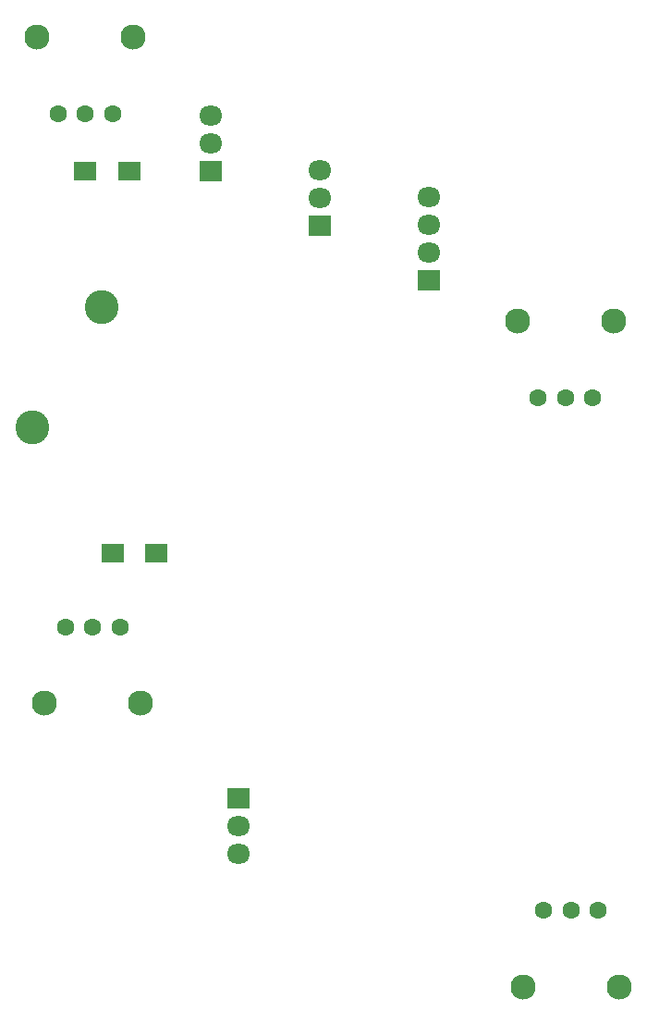
<source format=gbs>
%TF.GenerationSoftware,KiCad,Pcbnew,(2015-12-01 BZR 82, Git 6f5a49b)-brewed_product*%
%TF.CreationDate,2015-12-17T03:34:39-07:00*%
%TF.ProjectId,EMG Humbuckers,454D472048756D6275636B6572732E6B,rev?*%
%TF.FileFunction,Soldermask,Bot*%
%FSLAX46Y46*%
G04 Gerber Fmt 4.6, Leading zero omitted, Abs format (unit mm)*
G04 Created by KiCad (PCBNEW (2015-12-01 BZR 82, Git 6f5a49b)-brewed_product) date Thursday, 17 December 2015 'amt' 03:34:39*
%MOMM*%
G01*
G04 APERTURE LIST*
%ADD10C,0.127000*%
%ADD11C,3.100000*%
%ADD12R,2.100000X1.700000*%
%ADD13R,2.132000X1.827200*%
%ADD14O,2.132000X1.827200*%
%ADD15C,1.600000*%
%ADD16C,2.300000*%
G04 APERTURE END LIST*
D10*
D11*
X92500000Y-77500000D03*
X86150000Y-88498523D03*
D12*
X91000000Y-65000000D03*
X95000000Y-65000000D03*
X93500000Y-100000000D03*
X97500000Y-100000000D03*
D13*
X102500000Y-65040000D03*
D14*
X102500000Y-62500000D03*
X102500000Y-59960000D03*
D13*
X112500000Y-70040000D03*
D14*
X112500000Y-67500000D03*
X112500000Y-64960000D03*
D13*
X105000000Y-122460000D03*
D14*
X105000000Y-125000000D03*
X105000000Y-127540000D03*
D15*
X137490000Y-85780000D03*
X134990000Y-85780000D03*
X132490000Y-85780000D03*
D16*
X139390000Y-78780000D03*
X130590000Y-78780000D03*
D15*
X93510000Y-59780000D03*
X91010000Y-59780000D03*
X88510000Y-59780000D03*
D16*
X95410000Y-52780000D03*
X86610000Y-52780000D03*
D15*
X132980000Y-132720000D03*
X135480000Y-132720000D03*
X137980000Y-132720000D03*
D16*
X131080000Y-139720000D03*
X139880000Y-139720000D03*
D15*
X89170000Y-106750000D03*
X91670000Y-106750000D03*
X94170000Y-106750000D03*
D16*
X87270000Y-113750000D03*
X96070000Y-113750000D03*
D13*
X122500000Y-75040000D03*
D14*
X122500000Y-72500000D03*
X122500000Y-69960000D03*
X122500000Y-67420000D03*
M02*

</source>
